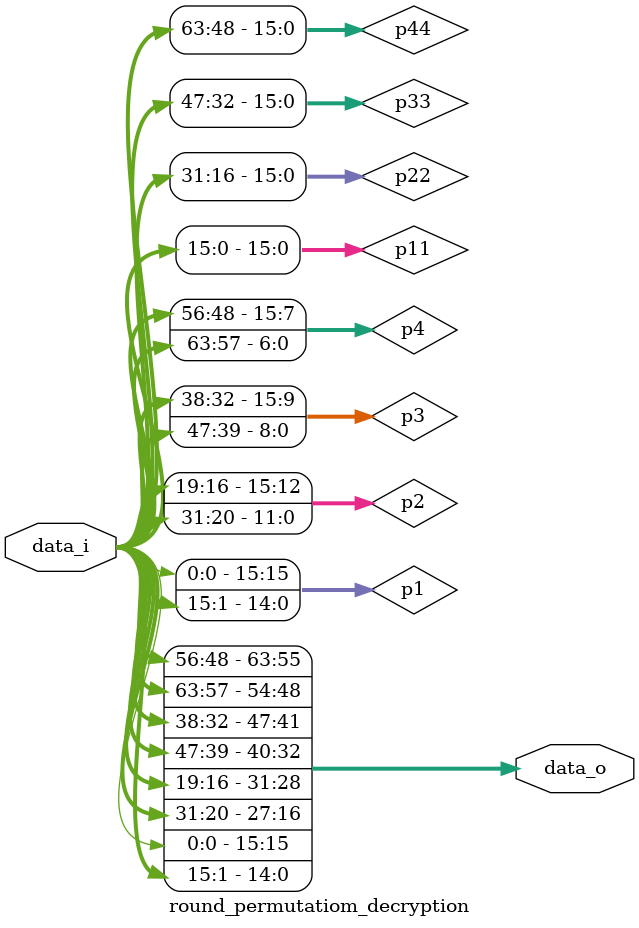
<source format=v>
`timescale 1ns / 1ps


module round_permutatiom_decryption(
input[63:0] data_i,
                    output[63:0] data_o
    );
    
    wire[15:0] p1,p2,p3,p4,
               p11,p22,p33,p44 ;
    assign p11 = data_i[15:0];
    assign p22 = data_i[31:16];
    assign p33 = data_i[47:32];
    assign p44 = data_i[63:48];
    
    assign p1 = {p11[0],p11[15:1]};//p11 >> 1;
    assign p2 = {p22[3:0],p22[15:4]};//p22 >> 4;
    assign p3 = {p33[6:0],p33[15:7]};//p33 >> 7;
    assign p4 = {p44[8:0],p44[15:9]};//p44 >> 9;         
            
    assign data_o[15:0]     = p1; 
    assign data_o[31:16]    = p2;
    assign data_o[47:32]    = p3;
    assign data_o[63:48]    = p4;
endmodule

</source>
